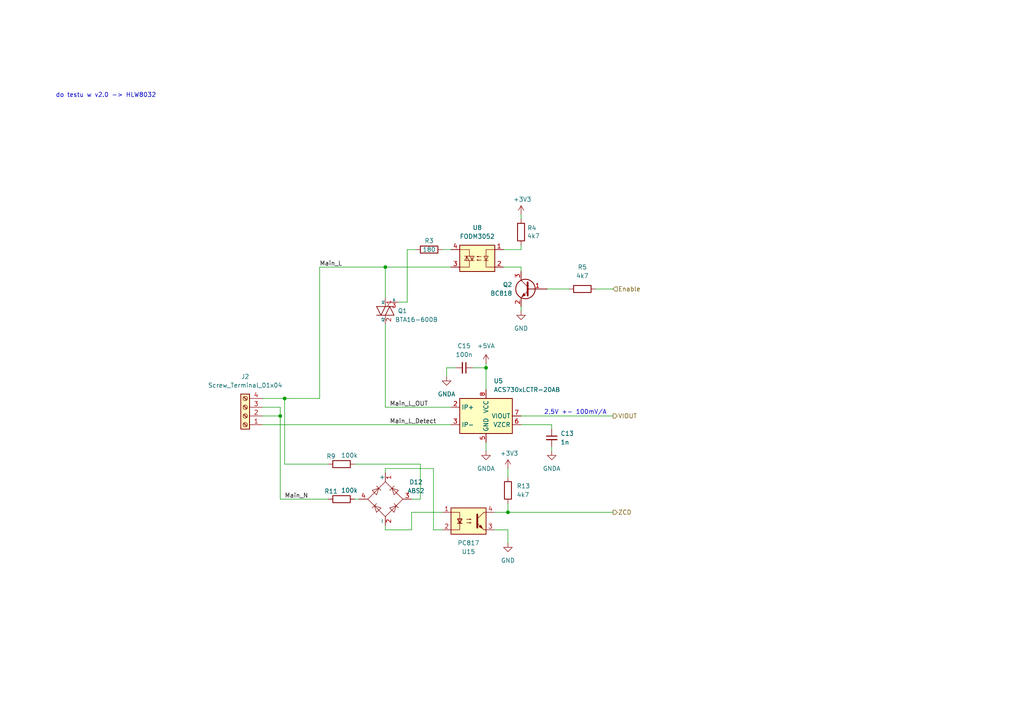
<source format=kicad_sch>
(kicad_sch (version 20231120) (generator "eeschema") (generator_version "8.0")
  (paper "A4")
  (lib_symbols
    (symbol "Connector:Screw_Terminal_01x04" (pin_names (offset 1.016) hide)
      (property "Reference" "J" (at 0 5.08 0))
      (property "Value" "Screw_Terminal_01x04" (at 0 -7.62 0))
      (symbol "Screw_Terminal_01x04_1_1"
        (rectangle (start -1.27 3.81) (end 1.27 -6.35) (stroke (width 0.254)) (fill (type background)))
        (circle (center 0 -5.08) (radius 0.635) (stroke (width 0.1524)))
        (circle (center 0 -2.54) (radius 0.635) (stroke (width 0.1524)))
        (polyline (pts (xy -0.5334 -4.7498) (xy 0.3302 -5.588)) (stroke (width 0.1524)))
        (polyline (pts (xy -0.5334 -2.2098) (xy 0.3302 -3.048)) (stroke (width 0.1524)))
        (polyline (pts (xy -0.5334 0.3302) (xy 0.3302 -0.508)) (stroke (width 0.1524)))
        (polyline (pts (xy -0.5334 2.8702) (xy 0.3302 2.032)) (stroke (width 0.1524)))
        (polyline (pts (xy -0.3556 -4.572) (xy 0.508 -5.4102)) (stroke (width 0.1524)))
        (polyline (pts (xy -0.3556 -2.032) (xy 0.508 -2.8702)) (stroke (width 0.1524)))
        (polyline (pts (xy -0.3556 0.508) (xy 0.508 -0.3302)) (stroke (width 0.1524)))
        (polyline (pts (xy -0.3556 3.048) (xy 0.508 2.2098)) (stroke (width 0.1524)))
        (circle (center 0 0) (radius 0.635) (stroke (width 0.1524)))
        (circle (center 0 2.54) (radius 0.635) (stroke (width 0.1524)))
        (pin passive line (at -5.08 2.54 0) (length 3.81) (name "Pin_1") (number "1"))
        (pin passive line (at -5.08 0 0) (length 3.81) (name "Pin_2") (number "2"))
        (pin passive line (at -5.08 -2.54 0) (length 3.81) (name "Pin_3") (number "3"))
        (pin passive line (at -5.08 -5.08 0) (length 3.81) (name "Pin_4") (number "4"))
      )
    )
    (symbol "Device:C_Small" (pin_numbers hide) (pin_names (offset 0.254) hide)
      (property "Reference" "C" (at 0.254 1.778 0))
      (property "Value" "C_Small" (at 0.254 -2.032 0))
      (symbol "C_Small_0_1"
        (polyline (pts (xy -1.524 -0.508) (xy 1.524 -0.508)) (stroke (width 0.3302)))
        (polyline (pts (xy -1.524 0.508) (xy 1.524 0.508)) (stroke (width 0.3048)))
      )
      (symbol "C_Small_1_1"
        (pin passive line (at 0 2.54 270) (length 2.032) (name "~") (number "1"))
        (pin passive line (at 0 -2.54 90) (length 2.032) (name "~") (number "2"))
      )
    )
    (symbol "Device:R" (pin_numbers hide) (pin_names (offset 0))
      (property "Reference" "R" (at 2.032 0 90))
      (property "Value" "R" (at 0 0 90))
      (symbol "R_0_1"
        (rectangle (start -1.016 -2.54) (end 1.016 2.54) (stroke (width 0.254)))
      )
      (symbol "R_1_1"
        (pin passive line (at 0 3.81 270) (length 1.27) (name "~") (number "1"))
        (pin passive line (at 0 -3.81 90) (length 1.27) (name "~") (number "2"))
      )
    )
    (symbol "Diode_Bridge:ABS2" (pin_names (offset 0))
      (property "Reference" "D" (at 2.54 6.985 0))
      (property "Value" "ABS2" (at 2.54 5.08 0))
      (symbol "ABS2_0_1"
        (polyline (pts (xy -2.54 3.81) (xy -1.27 2.54)))
        (polyline (pts (xy -1.27 -2.54) (xy -2.54 -3.81)))
        (polyline (pts (xy 2.54 -1.27) (xy 3.81 -2.54)))
        (polyline (pts (xy 2.54 1.27) (xy 3.81 2.54)))
        (polyline (pts (xy -3.81 2.54) (xy -2.54 1.27) (xy -1.905 3.175) (xy -3.81 2.54)))
        (polyline (pts (xy -2.54 -1.27) (xy -3.81 -2.54) (xy -1.905 -3.175) (xy -2.54 -1.27)))
        (polyline (pts (xy 1.27 2.54) (xy 2.54 3.81) (xy 3.175 1.905) (xy 1.27 2.54)))
        (polyline (pts (xy 3.175 -1.905) (xy 1.27 -2.54) (xy 2.54 -3.81) (xy 3.175 -1.905)))
        (polyline (pts (xy -5.08 0) (xy 0 -5.08) (xy 5.08 0) (xy 0 5.08) (xy -5.08 0)))
      )
      (symbol "ABS2_1_1"
        (pin passive line (at 7.62 0 180) (length 2.54) (name "+") (number "1"))
        (pin passive line (at -7.62 0 0) (length 2.54) (name "-") (number "2"))
        (pin passive line (at 0 -7.62 90) (length 2.54) (name "~") (number "3"))
        (pin passive line (at 0 7.62 270) (length 2.54) (name "~") (number "4"))
      )
    )
    (symbol "Isolator:PC817" (pin_names (offset 1.016))
      (property "Reference" "U" (at -5.08 5.08 0))
      (property "Value" "PC817" (at 0 5.08 0))
      (symbol "PC817_0_1"
        (rectangle (start -5.08 3.81) (end 5.08 -3.81) (stroke (width 0.254)) (fill (type background)))
        (polyline (pts (xy -3.175 -0.635) (xy -1.905 -0.635)) (stroke (width 0.254)))
        (polyline (pts (xy 2.54 0.635) (xy 4.445 2.54)))
        (polyline (pts (xy 4.445 -2.54) (xy 2.54 -0.635)) (fill (type outline)))
        (polyline (pts (xy 4.445 -2.54) (xy 5.08 -2.54)))
        (polyline (pts (xy 4.445 2.54) (xy 5.08 2.54)))
        (polyline (pts (xy -5.08 2.54) (xy -2.54 2.54) (xy -2.54 -0.635)))
        (polyline (pts (xy -2.54 -0.635) (xy -2.54 -2.54) (xy -5.08 -2.54)))
        (polyline (pts (xy 2.54 1.905) (xy 2.54 -1.905) (xy 2.54 -1.905)) (stroke (width 0.508)))
        (polyline (pts (xy -2.54 -0.635) (xy -3.175 0.635) (xy -1.905 0.635) (xy -2.54 -0.635)) (stroke (width 0.254)))
        (polyline (pts (xy -0.508 -0.508) (xy 0.762 -0.508) (xy 0.381 -0.635) (xy 0.381 -0.381) (xy 0.762 -0.508)))
        (polyline (pts (xy -0.508 0.508) (xy 0.762 0.508) (xy 0.381 0.381) (xy 0.381 0.635) (xy 0.762 0.508)))
        (polyline (pts (xy 3.048 -1.651) (xy 3.556 -1.143) (xy 4.064 -2.159) (xy 3.048 -1.651) (xy 3.048 -1.651)) (fill (type outline)))
      )
      (symbol "PC817_1_1"
        (pin passive line (at -7.62 2.54 0) (length 2.54) (name "~") (number "1"))
        (pin passive line (at -7.62 -2.54 0) (length 2.54) (name "~") (number "2"))
        (pin passive line (at 7.62 -2.54 180) (length 2.54) (name "~") (number "3"))
        (pin passive line (at 7.62 2.54 180) (length 2.54) (name "~") (number "4"))
      )
    )
    (symbol "Relay_SolidState:FODM3052"
      (property "Reference" "U" (at -5.08 5.08 0))
      (property "Value" "FODM3052" (at 0 5.08 0))
      (symbol "FODM3052_0_1"
        (rectangle (start -5.08 3.81) (end 5.08 -3.81) (stroke (width 0.254)) (fill (type background)))
        (polyline (pts (xy -3.175 -0.635) (xy -1.905 -0.635)))
        (polyline (pts (xy 1.524 -0.635) (xy 1.524 0.635)))
        (polyline (pts (xy 3.048 0.635) (xy 3.048 -0.635)))
        (polyline (pts (xy 2.286 -0.635) (xy 2.286 -2.54) (xy 5.08 -2.54)))
        (polyline (pts (xy 2.286 0.635) (xy 2.286 2.54) (xy 5.08 2.54)))
        (polyline (pts (xy -5.08 2.54) (xy -2.54 2.54) (xy -2.54 -2.54) (xy -5.08 -2.54)))
        (polyline (pts (xy -2.54 -0.635) (xy -3.175 0.635) (xy -1.905 0.635) (xy -2.54 -0.635)))
        (polyline (pts (xy 0.889 -0.635) (xy 3.683 -0.635) (xy 3.048 0.635) (xy 2.413 -0.635)))
        (polyline (pts (xy 3.683 0.635) (xy 0.889 0.635) (xy 1.524 -0.635) (xy 2.159 0.635)))
        (polyline (pts (xy -1.143 -0.508) (xy 0.127 -0.508) (xy -0.254 -0.635) (xy -0.254 -0.381) (xy 0.127 -0.508)))
        (polyline (pts (xy -1.143 0.508) (xy 0.127 0.508) (xy -0.254 0.381) (xy -0.254 0.635) (xy 0.127 0.508)))
      )
      (symbol "FODM3052_1_1"
        (pin passive line (at -7.62 2.54 0) (length 2.54) (name "~") (number "1"))
        (pin passive line (at -7.62 -2.54 0) (length 2.54) (name "~") (number "2"))
        (pin passive line (at 7.62 -2.54 180) (length 2.54) (name "~") (number "3"))
        (pin passive line (at 7.62 2.54 180) (length 2.54) (name "~") (number "4"))
      )
    )
    (symbol "Sensor_Current:ACS730xLCTR-20AB"
      (property "Reference" "U" (at -7.62 6.35 0))
      (property "Value" "ACS730xLCTR-20AB" (at 1.27 6.35 0))
      (symbol "ACS730xLCTR-20AB_0_1"
        (rectangle (start -7.62 5.08) (end 7.62 -5.08) (stroke (width 0.254)) (fill (type background)))
      )
      (symbol "ACS730xLCTR-20AB_1_1"
        (pin passive line (at -10.16 2.54 0) (length 2.54) hide (name "IP+") (number "1"))
        (pin passive line (at -10.16 2.54 0) (length 2.54) (name "IP+") (number "2"))
        (pin passive line (at -10.16 -2.54 0) (length 2.54) (name "IP-") (number "3"))
        (pin passive line (at -10.16 -2.54 0) (length 2.54) hide (name "IP-") (number "4"))
        (pin power_in line (at 0 -7.62 90) (length 2.54) (name "GND") (number "5"))
        (pin passive line (at 10.16 -2.54 180) (length 2.54) (name "VZCR") (number "6"))
        (pin output line (at 10.16 0 180) (length 2.54) (name "VIOUT") (number "7"))
        (pin power_in line (at 0 7.62 270) (length 2.54) (name "VCC") (number "8"))
      )
    )
    (symbol "Transistor_BJT:BC818" (pin_names (offset 0) hide)
      (property "Reference" "Q" (at 5.08 1.905 0))
      (property "Value" "BC818" (at 5.08 0 0))
      (symbol "BC818_0_1"
        (polyline (pts (xy 0.635 0.635) (xy 2.54 2.54)))
        (polyline (pts (xy 0.635 -0.635) (xy 2.54 -2.54) (xy 2.54 -2.54)))
        (polyline (pts (xy 0.635 1.905) (xy 0.635 -1.905) (xy 0.635 -1.905)) (stroke (width 0.508)))
        (polyline (pts (xy 1.27 -1.778) (xy 1.778 -1.27) (xy 2.286 -2.286) (xy 1.27 -1.778) (xy 1.27 -1.778)) (fill (type outline)))
        (circle (center 1.27 0) (radius 2.8194) (stroke (width 0.254)))
      )
      (symbol "BC818_1_1"
        (pin input line (at -5.08 0 0) (length 5.715) (name "B") (number "1"))
        (pin passive line (at 2.54 -5.08 90) (length 2.54) (name "E") (number "2"))
        (pin passive line (at 2.54 5.08 270) (length 2.54) (name "C") (number "3"))
      )
    )
    (symbol "Triac_Thyristor:BTA16-600B" (pin_names (offset 0))
      (property "Reference" "Q" (at 5.08 1.905 0))
      (property "Value" "BTA16-600B" (at 5.08 0 0))
      (symbol "BTA16-600B_0_1"
        (polyline (pts (xy -2.54 -1.27) (xy 2.54 -1.27)) (stroke (width 0.2032)))
        (polyline (pts (xy -2.54 1.27) (xy 2.54 1.27)) (stroke (width 0.2032)))
        (polyline (pts (xy -1.27 -2.54) (xy -0.635 -1.27)))
        (polyline (pts (xy -2.54 1.27) (xy -1.27 -1.27) (xy 0 1.27)) (stroke (width 0.2032)))
        (polyline (pts (xy 0 -1.27) (xy 1.27 1.27) (xy 2.54 -1.27)) (stroke (width 0.2032)))
      )
      (symbol "BTA16-600B_1_1"
        (pin passive line (at 0 -3.81 90) (length 2.54) (name "A1") (number "1"))
        (pin passive line (at 0 3.81 270) (length 2.54) (name "A2") (number "2"))
        (pin input line (at -3.81 -2.54 0) (length 2.54) (name "G") (number "3"))
      )
    )
    (symbol "power:+3.3V" (power) (pin_names (offset 0))
      (property "Value" "+3.3V" (at 0 3.556 0))
      (symbol "+3.3V_0_1"
        (polyline (pts (xy -0.762 1.27) (xy 0 2.54)))
        (polyline (pts (xy 0 0) (xy 0 2.54)))
        (polyline (pts (xy 0 2.54) (xy 0.762 1.27)))
      )
      (symbol "+3.3V_1_1"
        (pin power_in line (at 0 0 90) (length 0) hide (name "+3.3V") (number "1"))
      )
    )
    (symbol "power:+5VD" (power) (pin_numbers hide) (pin_names (offset 0) hide)
      (property "Value" "+5VD" (at 0 3.556 0))
      (symbol "+5VD_0_1"
        (polyline (pts (xy -0.762 1.27) (xy 0 2.54)))
        (polyline (pts (xy 0 0) (xy 0 2.54)))
        (polyline (pts (xy 0 2.54) (xy 0.762 1.27)))
      )
      (symbol "+5VD_1_1"
        (pin power_in line (at 0 0 90) (length 0) (name "~") (number "1"))
      )
    )
    (symbol "power:GND" (power) (pin_names (offset 0))
      (property "Value" "GND" (at 0 -3.81 0))
      (symbol "GND_0_1"
        (polyline (pts (xy 0 0) (xy 0 -1.27) (xy 1.27 -1.27) (xy 0 -2.54) (xy -1.27 -1.27) (xy 0 -1.27)))
      )
      (symbol "GND_1_1"
        (pin power_in line (at 0 0 270) (length 0) hide (name "GND") (number "1"))
      )
    )
  )
  (junction (at 140.97 106.68))
  (junction (at 111.76 77.47))
  (junction (at 147.32 148.59))
  (junction (at 82.55 115.57))
  (junction (at 81.28 120.65))
  (wire (pts (xy 82.55 115.57) (xy 92.71 115.57)))
  (wire (pts (xy 151.13 123.19) (xy 160.02 123.19)))
  (wire (pts (xy 118.11 72.39) (xy 120.65 72.39)))
  (wire (pts (xy 115.57 87.63) (xy 118.11 87.63)))
  (wire (pts (xy 147.32 148.59) (xy 177.8 148.59)))
  (wire (pts (xy 111.76 135.89) (xy 125.73 135.89)))
  (wire (pts (xy 81.28 120.65) (xy 81.28 144.78)))
  (wire (pts (xy 76.2 118.11) (xy 81.28 118.11)))
  (wire (pts (xy 147.32 153.67) (xy 147.32 157.48)))
  (wire (pts (xy 76.2 120.65) (xy 81.28 120.65)))
  (wire (pts (xy 160.02 129.54) (xy 160.02 130.81)))
  (wire (pts (xy 151.13 88.9) (xy 151.13 90.17)))
  (wire (pts (xy 76.2 123.19) (xy 130.81 123.19)))
  (wire (pts (xy 111.76 152.4) (xy 111.76 153.67)))
  (wire (pts (xy 160.02 123.19) (xy 160.02 124.46)))
  (wire (pts (xy 146.05 77.47) (xy 151.13 77.47)))
  (wire (pts (xy 121.92 134.62) (xy 121.92 144.78)))
  (wire (pts (xy 111.76 93.98) (xy 111.76 118.11)))
  (wire (pts (xy 143.51 148.59) (xy 147.32 148.59)))
  (wire (pts (xy 129.54 106.68) (xy 129.54 109.22)))
  (wire (pts (xy 92.71 77.47) (xy 111.76 77.47)))
  (wire (pts (xy 128.27 148.59) (xy 119.38 148.59)))
  (wire (pts (xy 172.72 83.82) (xy 177.8 83.82)))
  (wire (pts (xy 146.05 72.39) (xy 151.13 72.39)))
  (wire (pts (xy 140.97 105.41) (xy 140.97 106.68)))
  (wire (pts (xy 119.38 148.59) (xy 119.38 153.67)))
  (wire (pts (xy 82.55 115.57) (xy 82.55 134.62)))
  (wire (pts (xy 92.71 77.47) (xy 92.71 115.57)))
  (wire (pts (xy 81.28 118.11) (xy 81.28 120.65)))
  (wire (pts (xy 118.11 87.63) (xy 118.11 72.39)))
  (wire (pts (xy 111.76 77.47) (xy 111.76 86.36)))
  (wire (pts (xy 81.28 144.78) (xy 95.25 144.78)))
  (wire (pts (xy 111.76 137.16) (xy 111.76 135.89)))
  (wire (pts (xy 125.73 135.89) (xy 125.73 153.67)))
  (wire (pts (xy 143.51 153.67) (xy 147.32 153.67)))
  (wire (pts (xy 140.97 128.27) (xy 140.97 130.81)))
  (wire (pts (xy 151.13 71.12) (xy 151.13 72.39)))
  (wire (pts (xy 121.92 144.78) (xy 119.38 144.78)))
  (wire (pts (xy 137.16 106.68) (xy 140.97 106.68)))
  (wire (pts (xy 111.76 77.47) (xy 130.81 77.47)))
  (wire (pts (xy 151.13 77.47) (xy 151.13 78.74)))
  (wire (pts (xy 102.87 134.62) (xy 121.92 134.62)))
  (wire (pts (xy 119.38 153.67) (xy 111.76 153.67)))
  (wire (pts (xy 151.13 63.5) (xy 151.13 62.23)))
  (wire (pts (xy 125.73 153.67) (xy 128.27 153.67)))
  (wire (pts (xy 102.87 144.78) (xy 104.14 144.78)))
  (wire (pts (xy 140.97 106.68) (xy 140.97 113.03)))
  (wire (pts (xy 129.54 106.68) (xy 132.08 106.68)))
  (wire (pts (xy 128.27 72.39) (xy 130.81 72.39)))
  (wire (pts (xy 147.32 135.89) (xy 147.32 138.43)))
  (wire (pts (xy 111.76 118.11) (xy 130.81 118.11)))
  (wire (pts (xy 151.13 120.65) (xy 177.8 120.65)))
  (wire (pts (xy 82.55 134.62) (xy 95.25 134.62)))
  (wire (pts (xy 158.75 83.82) (xy 165.1 83.82)))
  (wire (pts (xy 147.32 146.05) (xy 147.32 148.59)))
  (wire (pts (xy 76.2 115.57) (xy 82.55 115.57)))
  (text "2,5V +- 100mV/A" (at 166.878 119.634 0) (effects (font (size 1.27 1.27))))
  (text "do testu w v2.0 -> HLW8032" (at 30.734 27.686 0) (effects (font (size 1.27 1.27))))
  (label "Main_L" (at 92.71 77.47 0))
  (label "Main_L_OUT" (at 113.03 118.11 0))
  (label "Main_N" (at 82.55 144.78 0))
  (label "Main_L_Detect" (at 113.03 123.19 0))
  (hierarchical_label "Enable" (shape input) (at 177.8 83.82 0))
  (hierarchical_label "VIOUT" (shape output) (at 177.8 120.65 0))
  (hierarchical_label "ZCD" (shape output) (at 177.8 148.59 0))
  (symbol (lib_id "Device:R") (at 99.06 144.78 90) (unit 1)
    (property "Reference" "R11" (at 96.012 142.494 90))
    (property "Value" "100k" (at 101.346 142.24 90))
    (property "Footprint" "Resistor_THT:R_Axial_DIN0207_L6.3mm_D2.5mm_P10.16mm_Horizontal" (effects (hide yes)))
    (instances (project "TempControllerMainBoard" (path "" (reference "R11") (unit 1)) (path "" (reference "R12") (unit 1))))
  )
  (symbol (lib_id "Transistor_BJT:BC818") (at 153.67 83.82 0) (mirror y) (unit 1)
    (property "Reference" "Q2" (at 148.59 82.55 0) (effects (justify left)))
    (property "Value" "BC818" (at 148.59 85.09 0) (effects (justify left)))
    (property "Footprint" "Package_TO_SOT_SMD:SOT-23" (effects (hide yes)))
    (property "Datasheet" "https://www.onsemi.com/pub/Collateral/BC818-D.pdf" (effects (hide yes)))
    (instances (project "TempControllerMainBoard" (path "" (reference "Q2") (unit 1)) (path "" (reference "Q4") (unit 1))))
  )
  (symbol (lib_id "Triac_Thyristor:BTA16-600B") (at 111.76 90.17 180) (unit 1)
    (property "Reference" "Q1" (at 118.11 90.17 0) (effects (justify left)))
    (property "Value" "BTA16-600B" (at 127 92.71 0) (effects (justify left)))
    (property "Footprint" "Package_TO_SOT_THT:TO-247-3_Horizontal_TabUp" (effects (hide yes)))
    (property "Datasheet" "https://www.st.com/resource/en/datasheet/bta16.pdf" (effects (hide yes)))
    (instances (project "TempControllerMainBoard" (path "" (reference "Q1") (unit 1)) (path "" (reference "Q3") (unit 1))))
  )
  (symbol (lib_id "Device:C_Small") (at 160.02 127 0) (unit 1)
    (property "Reference" "C13" (at 162.56 125.7362 0) (effects (justify left)))
    (property "Value" "1n" (at 162.56 128.2762 0) (effects (justify left)))
    (property "Footprint" "Capacitor_SMD:C_1206_3216Metric" (effects (hide yes)))
    (property "Description" "Unpolarized capacitor, small symbol" (effects (hide yes)))
    (instances (project "" (path "" (reference "C13") (unit 1)) (path "" (reference "C14") (unit 1))))
  )
  (symbol (lib_id "power:+3.3V") (at 147.32 135.89 0) (unit 1)
    (property "Reference" "#PWR048" (effects (hide yes)))
    (property "Value" "+3V3" (at 147.701 131.4958 0))
    (instances (project "TempControllerMainBoard" (path "" (reference "#PWR048") (unit 1)) (path "" (reference "#PWR049") (unit 1))))
  )
  (symbol (lib_id "Sensor_Current:ACS730xLCTR-20AB") (at 140.97 120.65 0) (unit 1)
    (property "Reference" "U5" (at 143.1641 110.49 0) (effects (justify left)))
    (property "Value" "ACS730xLCTR-20AB" (at 143.1641 113.03 0) (effects (justify left)))
    (property "Footprint" "Package_SO:SOIC-8_3.9x4.9mm_P1.27mm" (effects (hide yes)))
    (property "Datasheet" "http://www.allegromicro.com/~/media/Files/Datasheets/ACS730-Datasheet.ashx?la=en" (effects (hide yes)))
    (property "Description" "±20A Bidirectional Hall-Effect Current Sensor, +5.0V supply, 100mV/A, SOIC-8" (effects (hide yes)))
    (instances (project "" (path "" (reference "U5") (unit 1)) (path "" (reference "U6") (unit 1))))
  )
  (symbol (lib_id "Diode_Bridge:ABS2") (at 111.76 144.78 90) (unit 1)
    (property "Reference" "D12" (at 120.65 139.8268 90))
    (property "Value" "ABS2" (at 120.65 142.3668 90))
    (property "Footprint" "Diode_SMD:Diode_Bridge_Diotec_ABS" (effects (hide yes)))
    (property "Datasheet" "https://diotec.com/tl_files/diotec/files/pdf/datasheets/abs2.pdf" (effects (hide yes)))
    (property "Description" "Miniature Glass Passivated Single-Phase Surface Mount Bridge Rectifiers, 140V Vrms, 0.8A If, ABS SMD package" (effects (hide yes)))
    (instances (project "" (path "" (reference "D12") (unit 1)) (path "" (reference "D13") (unit 1))))
  )
  (symbol (lib_id "power:+3.3V") (at 151.13 62.23 0) (unit 1)
    (property "Reference" "#PWR025" (effects (hide yes)))
    (property "Value" "+3V3" (at 151.511 57.8358 0))
    (instances (project "TempControllerMainBoard" (path "" (reference "#PWR025") (unit 1)) (path "" (reference "#PWR027") (unit 1))))
  )
  (symbol (lib_id "Isolator:PC817") (at 135.89 151.13 0) (unit 1)
    (property "Reference" "U15" (at 135.89 160.02 0))
    (property "Value" "PC817" (at 135.89 157.48 0))
    (property "Footprint" "Package_DIP:DIP-4_W7.62mm" (effects (hide yes)))
    (property "Datasheet" "http://www.soselectronic.cz/a_info/resource/d/pc817.pdf" (effects (hide yes)))
    (property "Description" "DC Optocoupler, Vce 35V, CTR 50-300%, DIP-4" (effects (hide yes)))
    (instances (project "" (path "" (reference "U15") (unit 1)) (path "" (reference "U14") (unit 1))))
  )
  (symbol (lib_id "Connector:Screw_Terminal_01x04") (at 71.12 120.65 180) (unit 1)
    (property "Reference" "J2" (at 71.12 109.22 0))
    (property "Value" "Screw_Terminal_01x04" (at 71.12 111.76 0))
    (property "Footprint" "TerminalBlock_Phoenix:TerminalBlock_Phoenix_MKDS-3-4-5.08_1x04_P5.08mm_Horizontal" (effects (hide yes)))
    (property "Description" "Generic screw terminal, single row, 01x04, script generated (kicad-library-utils/schlib/autogen/connector/)" (effects (hide yes)))
    (instances (project "" (path "" (reference "J2") (unit 1)) (path "" (reference "J3") (unit 1))))
  )
  (symbol (lib_id "power:GND") (at 151.13 90.17 0) (unit 1)
    (property "Reference" "#PWR024" (effects (hide yes)))
    (property "Value" "GND" (at 151.13 95.25 0))
    (instances (project "TempControllerMainBoard" (path "" (reference "#PWR024") (unit 1)) (path "" (reference "#PWR026") (unit 1))))
  )
  (symbol (lib_id "Device:R") (at 168.91 83.82 90) (unit 1)
    (property "Reference" "R5" (at 168.91 77.47 90))
    (property "Value" "4k7" (at 168.91 80.01 90))
    (property "Footprint" "Resistor_SMD:R_1206_3216Metric" (effects (hide yes)))
    (instances (project "TempControllerMainBoard" (path "" (reference "R5") (unit 1)) (path "" (reference "R8") (unit 1))))
  )
  (symbol (lib_id "power:+5VD") (at 140.97 105.41 0) (unit 1)
    (property "Reference" "#PWR028" (effects (hide yes)))
    (property "Value" "+5VA" (at 140.97 100.33 0))
    (property "Description" "Power symbol creates a global label with name \"+5VD\"" (effects (hide yes)))
    (instances (project "" (path "" (reference "#PWR028") (unit 1)) (path "" (reference "#PWR029") (unit 1))))
  )
  (symbol (lib_id "power:GND") (at 147.32 157.48 0) (unit 1)
    (property "Reference" "#PWR050" (effects (hide yes)))
    (property "Value" "GND" (at 147.32 162.56 0))
    (instances (project "TempControllerMainBoard" (path "" (reference "#PWR050") (unit 1)) (path "" (reference "#PWR051") (unit 1))))
  )
  (symbol (lib_id "power:GND") (at 140.97 130.81 0) (unit 1)
    (property "Reference" "#PWR042" (effects (hide yes)))
    (property "Value" "GNDA" (at 140.97 135.89 0))
    (instances (project "TempControllerMainBoard" (path "" (reference "#PWR042") (unit 1)) (path "" (reference "#PWR043") (unit 1))))
  )
  (symbol (lib_id "Device:R") (at 147.32 142.24 180) (unit 1)
    (property "Reference" "R13" (at 149.86 140.9699 0) (effects (justify right)))
    (property "Value" "4k7" (at 149.86 143.5099 0) (effects (justify right)))
    (property "Footprint" "Resistor_SMD:R_1206_3216Metric" (effects (hide yes)))
    (instances (project "TempControllerMainBoard" (path "" (reference "R13") (unit 1)) (path "" (reference "R14") (unit 1))))
  )
  (symbol (lib_id "Device:R") (at 151.13 67.31 180) (unit 1)
    (property "Reference" "R4" (at 152.908 66.1416 0) (effects (justify right)))
    (property "Value" "4k7" (at 152.908 68.453 0) (effects (justify right)))
    (property "Footprint" "Resistor_SMD:R_1206_3216Metric" (effects (hide yes)))
    (instances (project "TempControllerMainBoard" (path "" (reference "R4") (unit 1)) (path "" (reference "R7") (unit 1))))
  )
  (symbol (lib_id "Relay_SolidState:FODM3052") (at 138.43 74.93 0) (mirror y) (unit 1)
    (property "Reference" "U8" (at 138.43 66.04 0))
    (property "Value" "FODM3052" (at 138.43 68.58 0))
    (property "Footprint" "Package_DIP:SMDIP-4_W7.62mm" (effects (hide yes)))
    (property "Datasheet" "https://www.onsemi.com/pub/Collateral/FODM3053_NF098-D.PDF" (effects (hide yes)))
    (property "Description" "Full Pitch Mini-Flat Random Phase Opto-Triac, Vdrm 600V, Ift 10mA, MFP 4L" (effects (hide yes)))
    (instances (project "" (path "" (reference "U8") (unit 1)) (path "" (reference "U13") (unit 1))))
  )
  (symbol (lib_id "Device:R") (at 99.06 134.62 90) (unit 1)
    (property "Reference" "R9" (at 96.012 132.334 90))
    (property "Value" "100k" (at 101.346 132.08 90))
    (property "Footprint" "Resistor_THT:R_Axial_DIN0207_L6.3mm_D2.5mm_P10.16mm_Horizontal" (effects (hide yes)))
    (instances (project "TempControllerMainBoard" (path "" (reference "R9") (unit 1)) (path "" (reference "R10") (unit 1))))
  )
  (symbol (lib_id "power:GND") (at 160.02 130.81 0) (unit 1)
    (property "Reference" "#PWR044" (effects (hide yes)))
    (property "Value" "GNDA" (at 160.02 135.89 0))
    (instances (project "TempControllerMainBoard" (path "" (reference "#PWR044") (unit 1)) (path "" (reference "#PWR045") (unit 1))))
  )
  (symbol (lib_id "power:GND") (at 129.54 109.22 0) (unit 1)
    (property "Reference" "#PWR046" (effects (hide yes)))
    (property "Value" "GNDA" (at 129.54 114.3 0))
    (instances (project "TempControllerMainBoard" (path "" (reference "#PWR046") (unit 1)) (path "" (reference "#PWR047") (unit 1))))
  )
  (symbol (lib_id "Device:C_Small") (at 134.62 106.68 270) (unit 1)
    (property "Reference" "C15" (at 134.6136 100.33 90))
    (property "Value" "100n" (at 134.6136 102.87 90))
    (property "Footprint" "Capacitor_SMD:C_1206_3216Metric" (effects (hide yes)))
    (property "Description" "Unpolarized capacitor, small symbol" (effects (hide yes)))
    (instances (project "TempControllerMainBoard" (path "" (reference "C15") (unit 1)) (path "" (reference "C16") (unit 1))))
  )
  (symbol (lib_id "Device:R") (at 124.46 72.39 270) (unit 1)
    (property "Reference" "R3" (at 124.46 69.85 90))
    (property "Value" "180" (at 124.46 72.39 90))
    (property "Footprint" "Resistor_SMD:R_2010_5025Metric" (effects (hide yes)))
    (instances (project "TempControllerMainBoard" (path "" (reference "R3") (unit 1)) (path "" (reference "R6") (unit 1))))
  )
)
</source>
